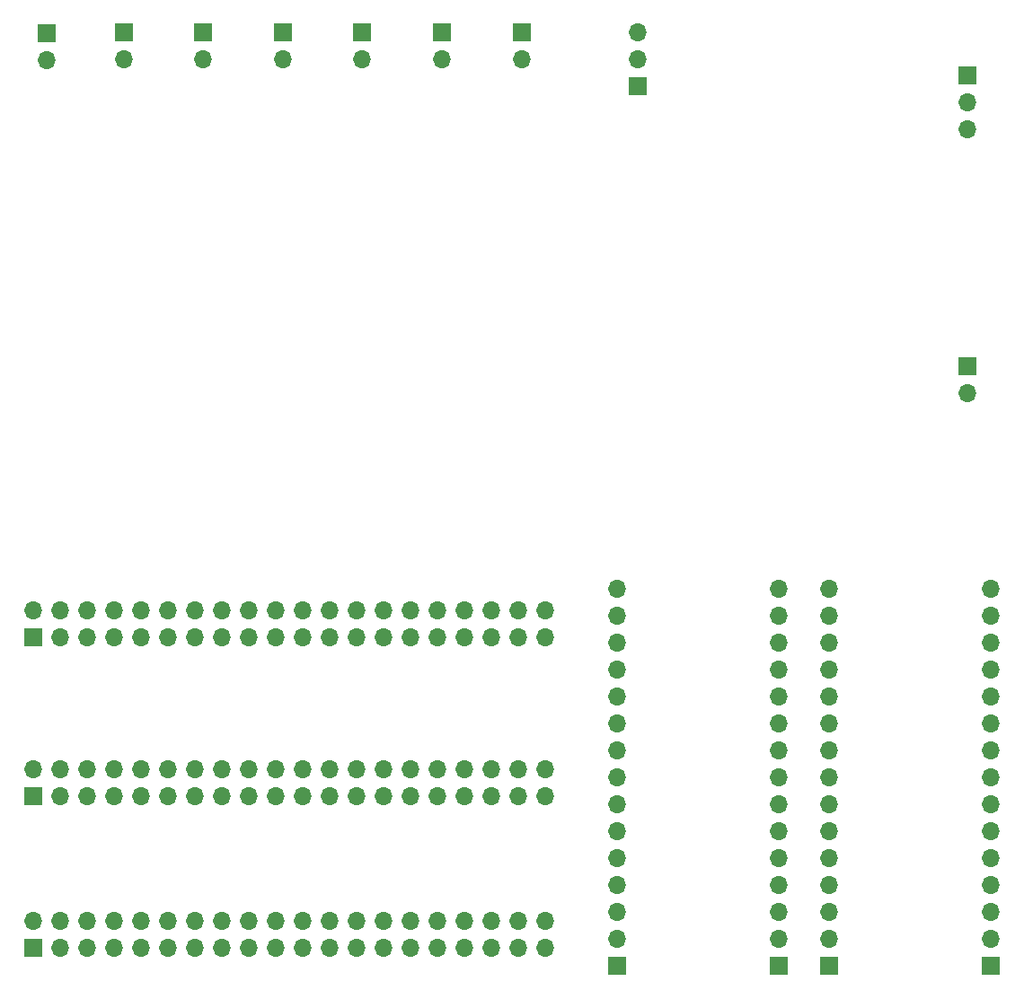
<source format=gbs>
%TF.GenerationSoftware,KiCad,Pcbnew,(5.99.0-11144-gea0c162604)*%
%TF.CreationDate,2021-09-15T06:49:40-05:00*%
%TF.ProjectId,The-Force-V2,5468652d-466f-4726-9365-2d56322e6b69,rev?*%
%TF.SameCoordinates,Original*%
%TF.FileFunction,Soldermask,Bot*%
%TF.FilePolarity,Negative*%
%FSLAX46Y46*%
G04 Gerber Fmt 4.6, Leading zero omitted, Abs format (unit mm)*
G04 Created by KiCad (PCBNEW (5.99.0-11144-gea0c162604)) date 2021-09-15 06:49:40*
%MOMM*%
%LPD*%
G01*
G04 APERTURE LIST*
%ADD10R,1.700000X1.700000*%
%ADD11O,1.700000X1.700000*%
G04 APERTURE END LIST*
D10*
%TO.C,J10*%
X162000000Y-60000000D03*
D11*
X162000000Y-57460000D03*
X162000000Y-54920000D03*
%TD*%
D10*
%TO.C,J17*%
X180000000Y-143000000D03*
D11*
X180000000Y-140460000D03*
X180000000Y-137920000D03*
X180000000Y-135380000D03*
X180000000Y-132840000D03*
X180000000Y-130300000D03*
X180000000Y-127760000D03*
X180000000Y-125220000D03*
X180000000Y-122680000D03*
X180000000Y-120140000D03*
X180000000Y-117600000D03*
X180000000Y-115060000D03*
X180000000Y-112520000D03*
X180000000Y-109980000D03*
X180000000Y-107440000D03*
%TD*%
D10*
%TO.C,J16*%
X175240000Y-143020000D03*
D11*
X175240000Y-140480000D03*
X175240000Y-137940000D03*
X175240000Y-135400000D03*
X175240000Y-132860000D03*
X175240000Y-130320000D03*
X175240000Y-127780000D03*
X175240000Y-125240000D03*
X175240000Y-122700000D03*
X175240000Y-120160000D03*
X175240000Y-117620000D03*
X175240000Y-115080000D03*
X175240000Y-112540000D03*
X175240000Y-110000000D03*
X175240000Y-107460000D03*
%TD*%
D10*
%TO.C,J2*%
X105000000Y-127000000D03*
D11*
X105000000Y-124460000D03*
X107540000Y-127000000D03*
X107540000Y-124460000D03*
X110080000Y-127000000D03*
X110080000Y-124460000D03*
X112620000Y-127000000D03*
X112620000Y-124460000D03*
X115160000Y-127000000D03*
X115160000Y-124460000D03*
X117700000Y-127000000D03*
X117700000Y-124460000D03*
X120240000Y-127000000D03*
X120240000Y-124460000D03*
X122780000Y-127000000D03*
X122780000Y-124460000D03*
X125320000Y-127000000D03*
X125320000Y-124460000D03*
X127860000Y-127000000D03*
X127860000Y-124460000D03*
X130400000Y-127000000D03*
X130400000Y-124460000D03*
X132940000Y-127000000D03*
X132940000Y-124460000D03*
X135480000Y-127000000D03*
X135480000Y-124460000D03*
X138020000Y-127000000D03*
X138020000Y-124460000D03*
X140560000Y-127000000D03*
X140560000Y-124460000D03*
X143100000Y-127000000D03*
X143100000Y-124460000D03*
X145640000Y-127000000D03*
X145640000Y-124460000D03*
X148180000Y-127000000D03*
X148180000Y-124460000D03*
X150720000Y-127000000D03*
X150720000Y-124460000D03*
X153260000Y-127000000D03*
X153260000Y-124460000D03*
%TD*%
D10*
%TO.C,J8*%
X136000000Y-54920000D03*
D11*
X136000000Y-57460000D03*
%TD*%
D10*
%TO.C,J3*%
X105000000Y-112000000D03*
D11*
X105000000Y-109460000D03*
X107540000Y-112000000D03*
X107540000Y-109460000D03*
X110080000Y-112000000D03*
X110080000Y-109460000D03*
X112620000Y-112000000D03*
X112620000Y-109460000D03*
X115160000Y-112000000D03*
X115160000Y-109460000D03*
X117700000Y-112000000D03*
X117700000Y-109460000D03*
X120240000Y-112000000D03*
X120240000Y-109460000D03*
X122780000Y-112000000D03*
X122780000Y-109460000D03*
X125320000Y-112000000D03*
X125320000Y-109460000D03*
X127860000Y-112000000D03*
X127860000Y-109460000D03*
X130400000Y-112000000D03*
X130400000Y-109460000D03*
X132940000Y-112000000D03*
X132940000Y-109460000D03*
X135480000Y-112000000D03*
X135480000Y-109460000D03*
X138020000Y-112000000D03*
X138020000Y-109460000D03*
X140560000Y-112000000D03*
X140560000Y-109460000D03*
X143100000Y-112000000D03*
X143100000Y-109460000D03*
X145640000Y-112000000D03*
X145640000Y-109460000D03*
X148180000Y-112000000D03*
X148180000Y-109460000D03*
X150720000Y-112000000D03*
X150720000Y-109460000D03*
X153260000Y-112000000D03*
X153260000Y-109460000D03*
%TD*%
D10*
%TO.C,J5*%
X151000000Y-54920000D03*
D11*
X151000000Y-57460000D03*
%TD*%
D10*
%TO.C,J13*%
X121000000Y-54920000D03*
D11*
X121000000Y-57460000D03*
%TD*%
D10*
%TO.C,J9*%
X143500000Y-54920000D03*
D11*
X143500000Y-57460000D03*
%TD*%
D10*
%TO.C,J12*%
X113500000Y-54920000D03*
D11*
X113500000Y-57460000D03*
%TD*%
D10*
%TO.C,J15*%
X160000000Y-143020000D03*
D11*
X160000000Y-140480000D03*
X160000000Y-137940000D03*
X160000000Y-135400000D03*
X160000000Y-132860000D03*
X160000000Y-130320000D03*
X160000000Y-127780000D03*
X160000000Y-125240000D03*
X160000000Y-122700000D03*
X160000000Y-120160000D03*
X160000000Y-117620000D03*
X160000000Y-115080000D03*
X160000000Y-112540000D03*
X160000000Y-110000000D03*
X160000000Y-107460000D03*
%TD*%
D10*
%TO.C,J4*%
X193000000Y-59000000D03*
D11*
X193000000Y-61540000D03*
X193000000Y-64080000D03*
%TD*%
D10*
%TO.C,J1*%
X105000000Y-141275000D03*
D11*
X105000000Y-138735000D03*
X107540000Y-141275000D03*
X107540000Y-138735000D03*
X110080000Y-141275000D03*
X110080000Y-138735000D03*
X112620000Y-141275000D03*
X112620000Y-138735000D03*
X115160000Y-141275000D03*
X115160000Y-138735000D03*
X117700000Y-141275000D03*
X117700000Y-138735000D03*
X120240000Y-141275000D03*
X120240000Y-138735000D03*
X122780000Y-141275000D03*
X122780000Y-138735000D03*
X125320000Y-141275000D03*
X125320000Y-138735000D03*
X127860000Y-141275000D03*
X127860000Y-138735000D03*
X130400000Y-141275000D03*
X130400000Y-138735000D03*
X132940000Y-141275000D03*
X132940000Y-138735000D03*
X135480000Y-141275000D03*
X135480000Y-138735000D03*
X138020000Y-141275000D03*
X138020000Y-138735000D03*
X140560000Y-141275000D03*
X140560000Y-138735000D03*
X143100000Y-141275000D03*
X143100000Y-138735000D03*
X145640000Y-141275000D03*
X145640000Y-138735000D03*
X148180000Y-141275000D03*
X148180000Y-138735000D03*
X150720000Y-141275000D03*
X150720000Y-138735000D03*
X153260000Y-141275000D03*
X153260000Y-138735000D03*
%TD*%
D10*
%TO.C,J7*%
X128500000Y-54920000D03*
D11*
X128500000Y-57460000D03*
%TD*%
D10*
%TO.C,J6*%
X193000000Y-86460000D03*
D11*
X193000000Y-89000000D03*
%TD*%
D10*
%TO.C,J14*%
X195240000Y-142970000D03*
D11*
X195240000Y-140430000D03*
X195240000Y-137890000D03*
X195240000Y-135350000D03*
X195240000Y-132810000D03*
X195240000Y-130270000D03*
X195240000Y-127730000D03*
X195240000Y-125190000D03*
X195240000Y-122650000D03*
X195240000Y-120110000D03*
X195240000Y-117570000D03*
X195240000Y-115030000D03*
X195240000Y-112490000D03*
X195240000Y-109950000D03*
X195240000Y-107410000D03*
%TD*%
D10*
%TO.C,J11*%
X106270000Y-55027500D03*
D11*
X106270000Y-57567500D03*
%TD*%
M02*

</source>
